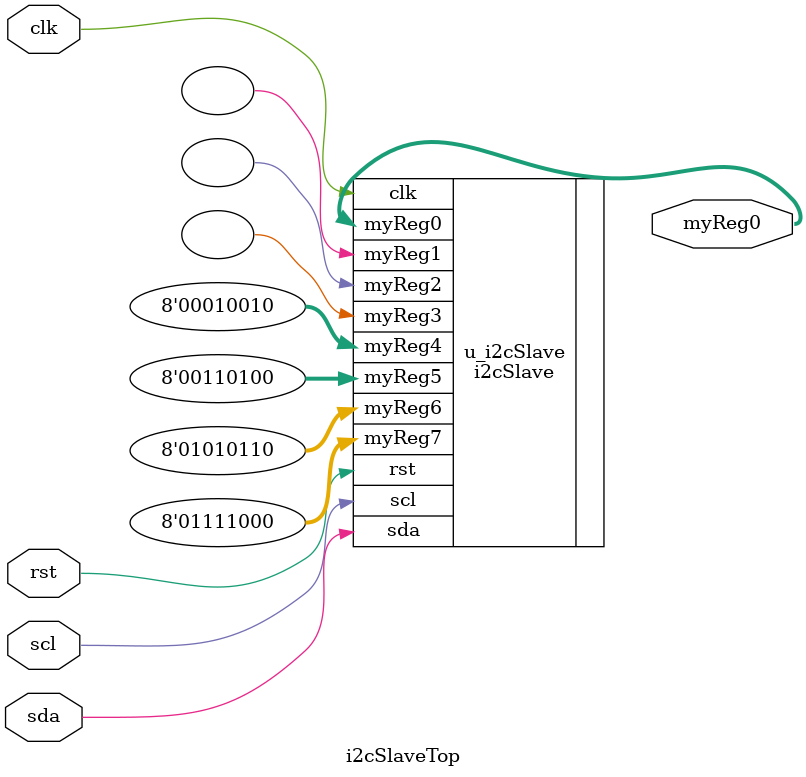
<source format=v>
`include "i2cSlave_define.v"


module i2cSlaveTop (
  clk,
  rst,
  sda,
  scl,
  myReg0
);
input clk;
input rst;
inout sda;
input scl;
output [7:0] myReg0;


i2cSlave u_i2cSlave(
  .clk(clk),
  .rst(rst),
  .sda(sda),
  .scl(scl),
  .myReg0(myReg0),
  .myReg1(),
  .myReg2(),
  .myReg3(),
  .myReg4(8'h12),
  .myReg5(8'h34),
  .myReg6(8'h56),
  .myReg7(8'h78)

);


endmodule


 

</source>
